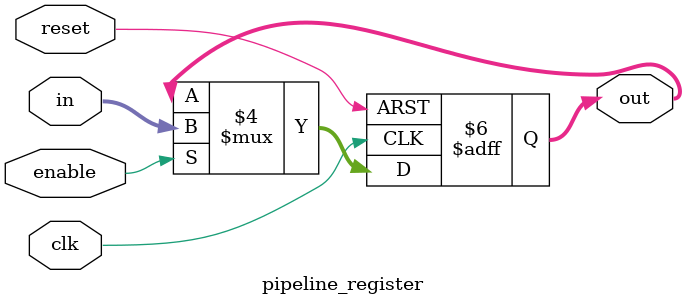
<source format=sv>
module pipeline_register #(parameter N = 32, parameter M = 32) (
  input clk,
  input reset,
  input enable,
  input logic [N-1:0] in,
  output logic [M-1:0] out
);

  always_ff @(posedge clk, negedge reset) begin
    if (!reset) begin
      out <= '0;
    end
    else begin
      if (enable) begin
        out <= in;
      end
      else begin
        out <= out;
      end
    end
  end

endmodule
</source>
